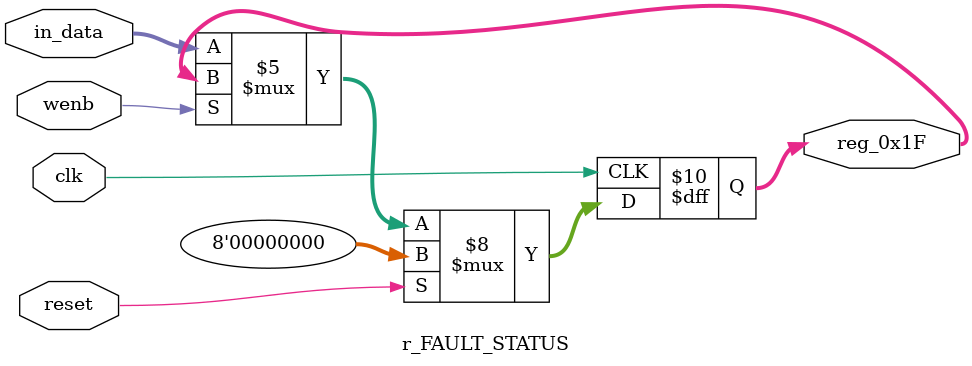
<source format=v>
module r_FAULT_STATUS(output reg [7:0] reg_0x1F, input wire reset, input wire wenb, input wire [7:0] in_data, input wire clk);
    always @(posedge clk) begin
        if (reset == 1'b1) begin
            reg_0x1F <= 8'h00;
        end
        else begin
            if (wenb == 1'b0) begin
                reg_0x1F <= in_data;
            end
            else begin
                reg_0x1F <= reg_0x1F;
            end
        end
    end
endmodule
</source>
